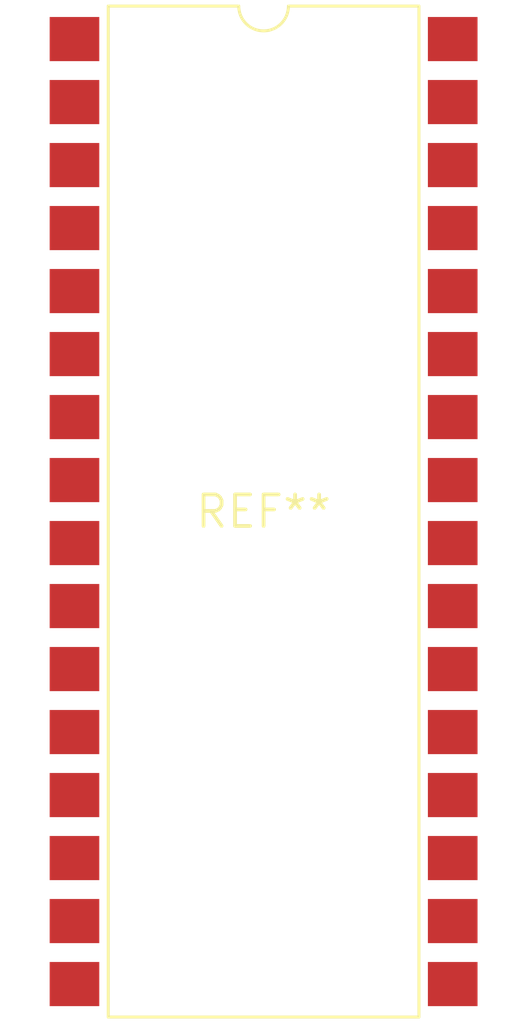
<source format=kicad_pcb>
(kicad_pcb (version 20240108) (generator pcbnew)
  (layers (0 "F.Cu" signal) (31 "B.Cu" signal) (34 "B.Paste" user) (35 "F.Paste" user) (36 "B.SilkS" user "B.Silkscreen") (37 "F.SilkS" user "F.Silkscreen") (38 "B.Mask" user) (39 "F.Mask" user) (44 "Edge.Cuts" user))
  (net 0 "")
  (footprint "SMDIP-32_W15.24mm" (layer "F.Cu") (at 0 0)
    (property "Reference" "REF**")
    (property "Value" "SMDIP-32_W15.24mm")
    (fp_line (start -6.26 -20.38) (end -6.26 20.38) (layer "F.SilkS") (stroke (width 0.12)))
    (fp_line (start -6.26 20.38) (end 6.26 20.38) (layer "F.SilkS") (stroke (width 0.12)))
    (fp_line (start -1 -20.38) (end -6.26 -20.38) (layer "F.SilkS") (stroke (width 0.12)))
    (fp_line (start 6.26 -20.38) (end 1 -20.38) (layer "F.SilkS") (stroke (width 0.12)))
    (fp_line (start 6.26 20.38) (end 6.26 -20.38) (layer "F.SilkS") (stroke (width 0.12)))
    (fp_arc (start 1 -20.38) (mid 0 -19.38) (end -1 -20.38) (layer "F.SilkS") (stroke (width 0.12)))
    (pad "1" smd rect (at -7.62 -19.05) (size 2 1.78) (layers "F.Cu" "F.Paste" "F.Mask"))
    (pad "2" smd rect (at -7.62 -16.51) (size 2 1.78) (layers "F.Cu" "F.Paste" "F.Mask"))
    (pad "3" smd rect (at -7.62 -13.97) (size 2 1.78) (layers "F.Cu" "F.Paste" "F.Mask"))
    (pad "4" smd rect (at -7.62 -11.43) (size 2 1.78) (layers "F.Cu" "F.Paste" "F.Mask"))
    (pad "5" smd rect (at -7.62 -8.89) (size 2 1.78) (layers "F.Cu" "F.Paste" "F.Mask"))
    (pad "6" smd rect (at -7.62 -6.35) (size 2 1.78) (layers "F.Cu" "F.Paste" "F.Mask"))
    (pad "7" smd rect (at -7.62 -3.81) (size 2 1.78) (layers "F.Cu" "F.Paste" "F.Mask"))
    (pad "8" smd rect (at -7.62 -1.27) (size 2 1.78) (layers "F.Cu" "F.Paste" "F.Mask"))
    (pad "9" smd rect (at -7.62 1.27) (size 2 1.78) (layers "F.Cu" "F.Paste" "F.Mask"))
    (pad "10" smd rect (at -7.62 3.81) (size 2 1.78) (layers "F.Cu" "F.Paste" "F.Mask"))
    (pad "11" smd rect (at -7.62 6.35) (size 2 1.78) (layers "F.Cu" "F.Paste" "F.Mask"))
    (pad "12" smd rect (at -7.62 8.89) (size 2 1.78) (layers "F.Cu" "F.Paste" "F.Mask"))
    (pad "13" smd rect (at -7.62 11.43) (size 2 1.78) (layers "F.Cu" "F.Paste" "F.Mask"))
    (pad "14" smd rect (at -7.62 13.97) (size 2 1.78) (layers "F.Cu" "F.Paste" "F.Mask"))
    (pad "15" smd rect (at -7.62 16.51) (size 2 1.78) (layers "F.Cu" "F.Paste" "F.Mask"))
    (pad "16" smd rect (at -7.62 19.05) (size 2 1.78) (layers "F.Cu" "F.Paste" "F.Mask"))
    (pad "17" smd rect (at 7.62 19.05) (size 2 1.78) (layers "F.Cu" "F.Paste" "F.Mask"))
    (pad "18" smd rect (at 7.62 16.51) (size 2 1.78) (layers "F.Cu" "F.Paste" "F.Mask"))
    (pad "19" smd rect (at 7.62 13.97) (size 2 1.78) (layers "F.Cu" "F.Paste" "F.Mask"))
    (pad "20" smd rect (at 7.62 11.43) (size 2 1.78) (layers "F.Cu" "F.Paste" "F.Mask"))
    (pad "21" smd rect (at 7.62 8.89) (size 2 1.78) (layers "F.Cu" "F.Paste" "F.Mask"))
    (pad "22" smd rect (at 7.62 6.35) (size 2 1.78) (layers "F.Cu" "F.Paste" "F.Mask"))
    (pad "23" smd rect (at 7.62 3.81) (size 2 1.78) (layers "F.Cu" "F.Paste" "F.Mask"))
    (pad "24" smd rect (at 7.62 1.27) (size 2 1.78) (layers "F.Cu" "F.Paste" "F.Mask"))
    (pad "25" smd rect (at 7.62 -1.27) (size 2 1.78) (layers "F.Cu" "F.Paste" "F.Mask"))
    (pad "26" smd rect (at 7.62 -3.81) (size 2 1.78) (layers "F.Cu" "F.Paste" "F.Mask"))
    (pad "27" smd rect (at 7.62 -6.35) (size 2 1.78) (layers "F.Cu" "F.Paste" "F.Mask"))
    (pad "28" smd rect (at 7.62 -8.89) (size 2 1.78) (layers "F.Cu" "F.Paste" "F.Mask"))
    (pad "29" smd rect (at 7.62 -11.43) (size 2 1.78) (layers "F.Cu" "F.Paste" "F.Mask"))
    (pad "30" smd rect (at 7.62 -13.97) (size 2 1.78) (layers "F.Cu" "F.Paste" "F.Mask"))
    (pad "31" smd rect (at 7.62 -16.51) (size 2 1.78) (layers "F.Cu" "F.Paste" "F.Mask"))
    (pad "32" smd rect (at 7.62 -19.05) (size 2 1.78) (layers "F.Cu" "F.Paste" "F.Mask"))
  )
)
</source>
